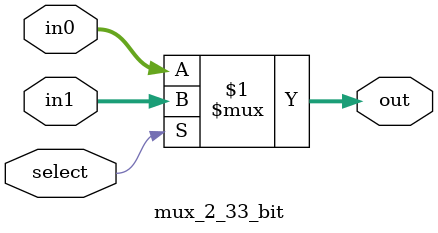
<source format=v>
module mux_2_33_bit(out, select, in0, in1);

	input select;
	input [32:0] in0, in1;
	output [32:0] out;
	assign out = select ? in1 : in0;

endmodule
</source>
